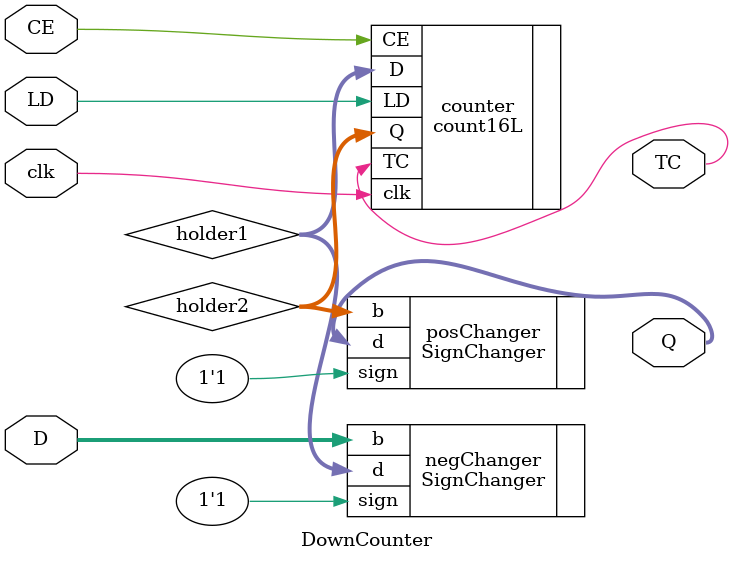
<source format=v>
`timescale 1ns / 1ps


module DownCounter(
    input CE,
    input LD,
    input [15:0] D,
    input clk,
    output TC,
    output [15:0] Q
    );
    
    wire CE_1;
    wire TC_0, TC_1;
    wire [15:0] holder1,holder2;
    
    SignChanger negChanger(.sign(1'b1),.b(D),.d(holder1));
    count16L counter (.clk(clk),.CE(CE),.LD(LD),.D(holder1),.TC(TC),.Q(holder2)); 
    SignChanger posChanger(.sign(1'b1),.b(holder2),.d(Q));
endmodule


</source>
